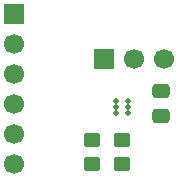
<source format=gbr>
%TF.GenerationSoftware,KiCad,Pcbnew,9.0.6-9.0.6~ubuntu24.04.1*%
%TF.CreationDate,2026-01-18T16:07:11-03:00*%
%TF.ProjectId,cotti_temp_humid_sensor,636f7474-695f-4746-956d-705f68756d69,0.0*%
%TF.SameCoordinates,Original*%
%TF.FileFunction,Soldermask,Top*%
%TF.FilePolarity,Negative*%
%FSLAX46Y46*%
G04 Gerber Fmt 4.6, Leading zero omitted, Abs format (unit mm)*
G04 Created by KiCad (PCBNEW 9.0.6-9.0.6~ubuntu24.04.1) date 2026-01-18 16:07:11*
%MOMM*%
%LPD*%
G01*
G04 APERTURE LIST*
G04 Aperture macros list*
%AMRoundRect*
0 Rectangle with rounded corners*
0 $1 Rounding radius*
0 $2 $3 $4 $5 $6 $7 $8 $9 X,Y pos of 4 corners*
0 Add a 4 corners polygon primitive as box body*
4,1,4,$2,$3,$4,$5,$6,$7,$8,$9,$2,$3,0*
0 Add four circle primitives for the rounded corners*
1,1,$1+$1,$2,$3*
1,1,$1+$1,$4,$5*
1,1,$1+$1,$6,$7*
1,1,$1+$1,$8,$9*
0 Add four rect primitives between the rounded corners*
20,1,$1+$1,$2,$3,$4,$5,0*
20,1,$1+$1,$4,$5,$6,$7,0*
20,1,$1+$1,$6,$7,$8,$9,0*
20,1,$1+$1,$8,$9,$2,$3,0*%
G04 Aperture macros list end*
%ADD10C,1.700000*%
%ADD11R,1.700000X1.700000*%
%ADD12C,0.464000*%
%ADD13RoundRect,0.250000X0.450000X-0.350000X0.450000X0.350000X-0.450000X0.350000X-0.450000X-0.350000X0*%
%ADD14RoundRect,0.250000X0.475000X-0.337500X0.475000X0.337500X-0.475000X0.337500X-0.475000X-0.337500X0*%
G04 APERTURE END LIST*
D10*
%TO.C,JP1*%
X143510000Y-91440000D03*
X140970000Y-91440000D03*
D11*
X138430000Y-91440000D03*
%TD*%
D12*
%TO.C,U1*%
X140454000Y-96004000D03*
X139454000Y-96004000D03*
X140454000Y-95504000D03*
X139454000Y-95504000D03*
X140454000Y-95004000D03*
X139454000Y-95004000D03*
%TD*%
D13*
%TO.C,R2*%
X139954000Y-100314000D03*
X139954000Y-98314000D03*
%TD*%
%TO.C,R1*%
X137414000Y-100314000D03*
X137414000Y-98314000D03*
%TD*%
D11*
%TO.C,J1*%
X130810000Y-87630000D03*
D10*
X130810000Y-90170000D03*
X130810000Y-92710000D03*
X130810000Y-95250000D03*
X130810000Y-97790000D03*
X130810000Y-100330000D03*
%TD*%
D14*
%TO.C,C1*%
X143256000Y-96287500D03*
X143256000Y-94212500D03*
%TD*%
M02*

</source>
